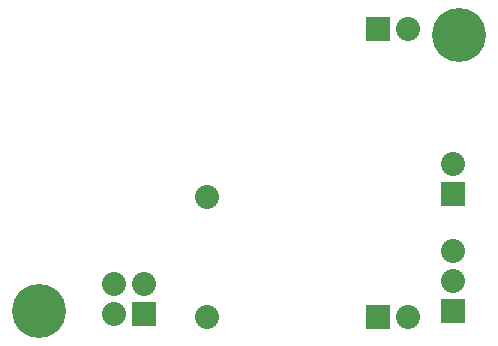
<source format=gbs>
G04 (created by PCBNEW (2013-04-19 BZR 4011)-stable) date 7/15/2013 11:46:01 PM*
%MOIN*%
G04 Gerber Fmt 3.4, Leading zero omitted, Abs format*
%FSLAX34Y34*%
G01*
G70*
G90*
G04 APERTURE LIST*
%ADD10C,0.000787402*%
%ADD11C,0.08*%
%ADD12C,0.18*%
%ADD13R,0.08X0.08*%
G04 APERTURE END LIST*
G54D10*
G54D11*
X52400Y-47400D03*
X52400Y-43400D03*
G54D12*
X46800Y-47200D03*
X60800Y-38000D03*
G54D13*
X50300Y-47300D03*
G54D11*
X49300Y-47300D03*
X50300Y-46300D03*
X49300Y-46300D03*
G54D13*
X58100Y-47400D03*
G54D11*
X59100Y-47400D03*
G54D13*
X58100Y-37800D03*
G54D11*
X59100Y-37800D03*
G54D13*
X60600Y-43300D03*
G54D11*
X60600Y-42300D03*
G54D13*
X60600Y-47200D03*
G54D11*
X60600Y-46200D03*
X60600Y-45200D03*
M02*

</source>
